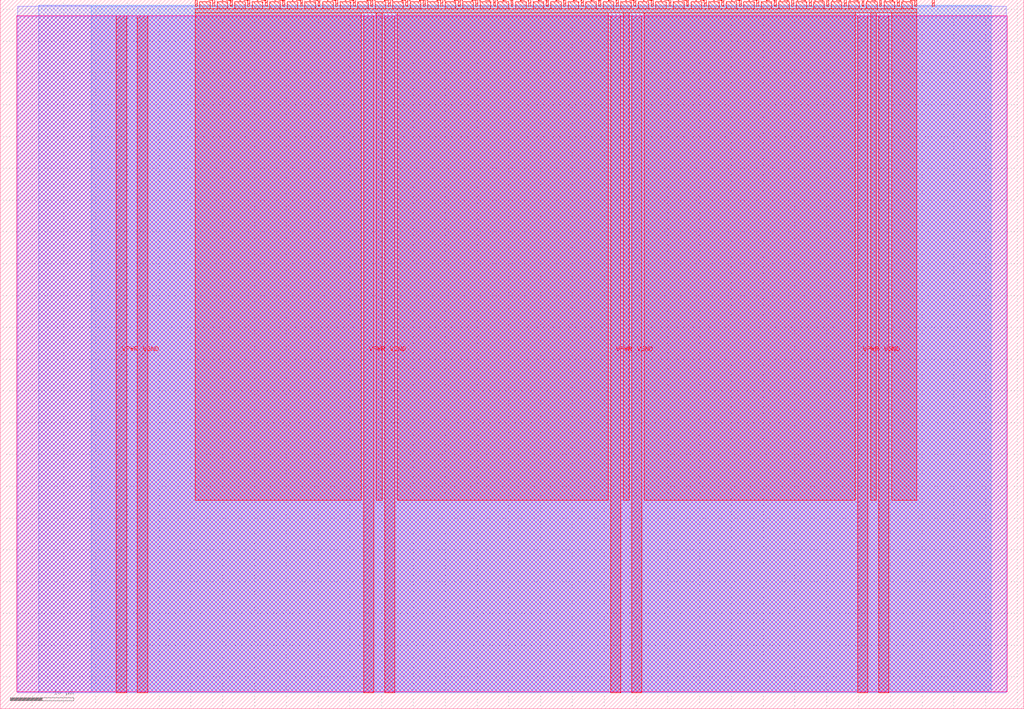
<source format=lef>
VERSION 5.7 ;
  NOWIREEXTENSIONATPIN ON ;
  DIVIDERCHAR "/" ;
  BUSBITCHARS "[]" ;
MACRO tt_um_ericsmi_mips
  CLASS BLOCK ;
  FOREIGN tt_um_ericsmi_mips ;
  ORIGIN 0.000 0.000 ;
  SIZE 161.000 BY 111.520 ;
  PIN VGND
    DIRECTION INOUT ;
    USE GROUND ;
    PORT
      LAYER met4 ;
        RECT 21.580 2.480 23.180 109.040 ;
    END
    PORT
      LAYER met4 ;
        RECT 60.450 2.480 62.050 109.040 ;
    END
    PORT
      LAYER met4 ;
        RECT 99.320 2.480 100.920 109.040 ;
    END
    PORT
      LAYER met4 ;
        RECT 138.190 2.480 139.790 109.040 ;
    END
  END VGND
  PIN VPWR
    DIRECTION INOUT ;
    USE POWER ;
    PORT
      LAYER met4 ;
        RECT 18.280 2.480 19.880 109.040 ;
    END
    PORT
      LAYER met4 ;
        RECT 57.150 2.480 58.750 109.040 ;
    END
    PORT
      LAYER met4 ;
        RECT 96.020 2.480 97.620 109.040 ;
    END
    PORT
      LAYER met4 ;
        RECT 134.890 2.480 136.490 109.040 ;
    END
  END VPWR
  PIN clk
    DIRECTION INPUT ;
    USE SIGNAL ;
    ANTENNAGATEAREA 0.852000 ;
    PORT
      LAYER met4 ;
        RECT 143.830 110.520 144.130 111.520 ;
    END
  END clk
  PIN ena
    DIRECTION INPUT ;
    USE SIGNAL ;
    PORT
      LAYER met4 ;
        RECT 146.590 110.520 146.890 111.520 ;
    END
  END ena
  PIN rst_n
    DIRECTION INPUT ;
    USE SIGNAL ;
    ANTENNAGATEAREA 0.196500 ;
    PORT
      LAYER met4 ;
        RECT 141.070 110.520 141.370 111.520 ;
    END
  END rst_n
  PIN ui_in[0]
    DIRECTION INPUT ;
    USE SIGNAL ;
    ANTENNAGATEAREA 0.196500 ;
    PORT
      LAYER met4 ;
        RECT 138.310 110.520 138.610 111.520 ;
    END
  END ui_in[0]
  PIN ui_in[1]
    DIRECTION INPUT ;
    USE SIGNAL ;
    ANTENNAGATEAREA 0.196500 ;
    PORT
      LAYER met4 ;
        RECT 135.550 110.520 135.850 111.520 ;
    END
  END ui_in[1]
  PIN ui_in[2]
    DIRECTION INPUT ;
    USE SIGNAL ;
    ANTENNAGATEAREA 0.213000 ;
    PORT
      LAYER met4 ;
        RECT 132.790 110.520 133.090 111.520 ;
    END
  END ui_in[2]
  PIN ui_in[3]
    DIRECTION INPUT ;
    USE SIGNAL ;
    ANTENNAGATEAREA 0.213000 ;
    PORT
      LAYER met4 ;
        RECT 130.030 110.520 130.330 111.520 ;
    END
  END ui_in[3]
  PIN ui_in[4]
    DIRECTION INPUT ;
    USE SIGNAL ;
    ANTENNAGATEAREA 0.213000 ;
    PORT
      LAYER met4 ;
        RECT 127.270 110.520 127.570 111.520 ;
    END
  END ui_in[4]
  PIN ui_in[5]
    DIRECTION INPUT ;
    USE SIGNAL ;
    ANTENNAGATEAREA 0.213000 ;
    PORT
      LAYER met4 ;
        RECT 124.510 110.520 124.810 111.520 ;
    END
  END ui_in[5]
  PIN ui_in[6]
    DIRECTION INPUT ;
    USE SIGNAL ;
    ANTENNAGATEAREA 0.213000 ;
    PORT
      LAYER met4 ;
        RECT 121.750 110.520 122.050 111.520 ;
    END
  END ui_in[6]
  PIN ui_in[7]
    DIRECTION INPUT ;
    USE SIGNAL ;
    ANTENNAGATEAREA 0.213000 ;
    PORT
      LAYER met4 ;
        RECT 118.990 110.520 119.290 111.520 ;
    END
  END ui_in[7]
  PIN uio_in[0]
    DIRECTION INPUT ;
    USE SIGNAL ;
    PORT
      LAYER met4 ;
        RECT 116.230 110.520 116.530 111.520 ;
    END
  END uio_in[0]
  PIN uio_in[1]
    DIRECTION INPUT ;
    USE SIGNAL ;
    PORT
      LAYER met4 ;
        RECT 113.470 110.520 113.770 111.520 ;
    END
  END uio_in[1]
  PIN uio_in[2]
    DIRECTION INPUT ;
    USE SIGNAL ;
    PORT
      LAYER met4 ;
        RECT 110.710 110.520 111.010 111.520 ;
    END
  END uio_in[2]
  PIN uio_in[3]
    DIRECTION INPUT ;
    USE SIGNAL ;
    PORT
      LAYER met4 ;
        RECT 107.950 110.520 108.250 111.520 ;
    END
  END uio_in[3]
  PIN uio_in[4]
    DIRECTION INPUT ;
    USE SIGNAL ;
    PORT
      LAYER met4 ;
        RECT 105.190 110.520 105.490 111.520 ;
    END
  END uio_in[4]
  PIN uio_in[5]
    DIRECTION INPUT ;
    USE SIGNAL ;
    PORT
      LAYER met4 ;
        RECT 102.430 110.520 102.730 111.520 ;
    END
  END uio_in[5]
  PIN uio_in[6]
    DIRECTION INPUT ;
    USE SIGNAL ;
    PORT
      LAYER met4 ;
        RECT 99.670 110.520 99.970 111.520 ;
    END
  END uio_in[6]
  PIN uio_in[7]
    DIRECTION INPUT ;
    USE SIGNAL ;
    PORT
      LAYER met4 ;
        RECT 96.910 110.520 97.210 111.520 ;
    END
  END uio_in[7]
  PIN uio_oe[0]
    DIRECTION OUTPUT ;
    USE SIGNAL ;
    PORT
      LAYER met4 ;
        RECT 49.990 110.520 50.290 111.520 ;
    END
  END uio_oe[0]
  PIN uio_oe[1]
    DIRECTION OUTPUT ;
    USE SIGNAL ;
    PORT
      LAYER met4 ;
        RECT 47.230 110.520 47.530 111.520 ;
    END
  END uio_oe[1]
  PIN uio_oe[2]
    DIRECTION OUTPUT ;
    USE SIGNAL ;
    PORT
      LAYER met4 ;
        RECT 44.470 110.520 44.770 111.520 ;
    END
  END uio_oe[2]
  PIN uio_oe[3]
    DIRECTION OUTPUT ;
    USE SIGNAL ;
    PORT
      LAYER met4 ;
        RECT 41.710 110.520 42.010 111.520 ;
    END
  END uio_oe[3]
  PIN uio_oe[4]
    DIRECTION OUTPUT ;
    USE SIGNAL ;
    PORT
      LAYER met4 ;
        RECT 38.950 110.520 39.250 111.520 ;
    END
  END uio_oe[4]
  PIN uio_oe[5]
    DIRECTION OUTPUT ;
    USE SIGNAL ;
    PORT
      LAYER met4 ;
        RECT 36.190 110.520 36.490 111.520 ;
    END
  END uio_oe[5]
  PIN uio_oe[6]
    DIRECTION OUTPUT ;
    USE SIGNAL ;
    PORT
      LAYER met4 ;
        RECT 33.430 110.520 33.730 111.520 ;
    END
  END uio_oe[6]
  PIN uio_oe[7]
    DIRECTION OUTPUT ;
    USE SIGNAL ;
    PORT
      LAYER met4 ;
        RECT 30.670 110.520 30.970 111.520 ;
    END
  END uio_oe[7]
  PIN uio_out[0]
    DIRECTION OUTPUT ;
    USE SIGNAL ;
    ANTENNADIFFAREA 0.891000 ;
    PORT
      LAYER met4 ;
        RECT 72.070 110.520 72.370 111.520 ;
    END
  END uio_out[0]
  PIN uio_out[1]
    DIRECTION OUTPUT ;
    USE SIGNAL ;
    ANTENNADIFFAREA 0.891000 ;
    PORT
      LAYER met4 ;
        RECT 69.310 110.520 69.610 111.520 ;
    END
  END uio_out[1]
  PIN uio_out[2]
    DIRECTION OUTPUT ;
    USE SIGNAL ;
    ANTENNADIFFAREA 0.891000 ;
    PORT
      LAYER met4 ;
        RECT 66.550 110.520 66.850 111.520 ;
    END
  END uio_out[2]
  PIN uio_out[3]
    DIRECTION OUTPUT ;
    USE SIGNAL ;
    ANTENNADIFFAREA 0.891000 ;
    PORT
      LAYER met4 ;
        RECT 63.790 110.520 64.090 111.520 ;
    END
  END uio_out[3]
  PIN uio_out[4]
    DIRECTION OUTPUT ;
    USE SIGNAL ;
    ANTENNADIFFAREA 0.891000 ;
    PORT
      LAYER met4 ;
        RECT 61.030 110.520 61.330 111.520 ;
    END
  END uio_out[4]
  PIN uio_out[5]
    DIRECTION OUTPUT ;
    USE SIGNAL ;
    ANTENNADIFFAREA 0.891000 ;
    PORT
      LAYER met4 ;
        RECT 58.270 110.520 58.570 111.520 ;
    END
  END uio_out[5]
  PIN uio_out[6]
    DIRECTION OUTPUT ;
    USE SIGNAL ;
    ANTENNADIFFAREA 0.445500 ;
    PORT
      LAYER met4 ;
        RECT 55.510 110.520 55.810 111.520 ;
    END
  END uio_out[6]
  PIN uio_out[7]
    DIRECTION OUTPUT ;
    USE SIGNAL ;
    ANTENNADIFFAREA 0.445500 ;
    PORT
      LAYER met4 ;
        RECT 52.750 110.520 53.050 111.520 ;
    END
  END uio_out[7]
  PIN uo_out[0]
    DIRECTION OUTPUT ;
    USE SIGNAL ;
    ANTENNAGATEAREA 0.247500 ;
    ANTENNADIFFAREA 0.445500 ;
    PORT
      LAYER met4 ;
        RECT 94.150 110.520 94.450 111.520 ;
    END
  END uo_out[0]
  PIN uo_out[1]
    DIRECTION OUTPUT ;
    USE SIGNAL ;
    ANTENNAGATEAREA 0.247500 ;
    ANTENNADIFFAREA 0.445500 ;
    PORT
      LAYER met4 ;
        RECT 91.390 110.520 91.690 111.520 ;
    END
  END uo_out[1]
  PIN uo_out[2]
    DIRECTION OUTPUT ;
    USE SIGNAL ;
    ANTENNAGATEAREA 0.247500 ;
    ANTENNADIFFAREA 0.445500 ;
    PORT
      LAYER met4 ;
        RECT 88.630 110.520 88.930 111.520 ;
    END
  END uo_out[2]
  PIN uo_out[3]
    DIRECTION OUTPUT ;
    USE SIGNAL ;
    ANTENNAGATEAREA 0.247500 ;
    ANTENNADIFFAREA 0.445500 ;
    PORT
      LAYER met4 ;
        RECT 85.870 110.520 86.170 111.520 ;
    END
  END uo_out[3]
  PIN uo_out[4]
    DIRECTION OUTPUT ;
    USE SIGNAL ;
    ANTENNAGATEAREA 0.247500 ;
    ANTENNADIFFAREA 0.445500 ;
    PORT
      LAYER met4 ;
        RECT 83.110 110.520 83.410 111.520 ;
    END
  END uo_out[4]
  PIN uo_out[5]
    DIRECTION OUTPUT ;
    USE SIGNAL ;
    ANTENNAGATEAREA 0.247500 ;
    ANTENNADIFFAREA 0.445500 ;
    PORT
      LAYER met4 ;
        RECT 80.350 110.520 80.650 111.520 ;
    END
  END uo_out[5]
  PIN uo_out[6]
    DIRECTION OUTPUT ;
    USE SIGNAL ;
    ANTENNAGATEAREA 0.247500 ;
    ANTENNADIFFAREA 0.445500 ;
    PORT
      LAYER met4 ;
        RECT 77.590 110.520 77.890 111.520 ;
    END
  END uo_out[6]
  PIN uo_out[7]
    DIRECTION OUTPUT ;
    USE SIGNAL ;
    ANTENNAGATEAREA 0.126000 ;
    ANTENNADIFFAREA 0.445500 ;
    PORT
      LAYER met4 ;
        RECT 74.830 110.520 75.130 111.520 ;
    END
  END uo_out[7]
  OBS
      LAYER nwell ;
        RECT 2.570 2.635 158.430 108.990 ;
      LAYER li1 ;
        RECT 2.760 2.635 158.240 108.885 ;
      LAYER met1 ;
        RECT 2.760 2.480 158.240 110.460 ;
      LAYER met2 ;
        RECT 6.080 2.535 155.850 110.685 ;
      LAYER met3 ;
        RECT 14.325 2.555 155.875 110.665 ;
      LAYER met4 ;
        RECT 31.370 110.120 33.030 111.170 ;
        RECT 34.130 110.120 35.790 111.170 ;
        RECT 36.890 110.120 38.550 111.170 ;
        RECT 39.650 110.120 41.310 111.170 ;
        RECT 42.410 110.120 44.070 111.170 ;
        RECT 45.170 110.120 46.830 111.170 ;
        RECT 47.930 110.120 49.590 111.170 ;
        RECT 50.690 110.120 52.350 111.170 ;
        RECT 53.450 110.120 55.110 111.170 ;
        RECT 56.210 110.120 57.870 111.170 ;
        RECT 58.970 110.120 60.630 111.170 ;
        RECT 61.730 110.120 63.390 111.170 ;
        RECT 64.490 110.120 66.150 111.170 ;
        RECT 67.250 110.120 68.910 111.170 ;
        RECT 70.010 110.120 71.670 111.170 ;
        RECT 72.770 110.120 74.430 111.170 ;
        RECT 75.530 110.120 77.190 111.170 ;
        RECT 78.290 110.120 79.950 111.170 ;
        RECT 81.050 110.120 82.710 111.170 ;
        RECT 83.810 110.120 85.470 111.170 ;
        RECT 86.570 110.120 88.230 111.170 ;
        RECT 89.330 110.120 90.990 111.170 ;
        RECT 92.090 110.120 93.750 111.170 ;
        RECT 94.850 110.120 96.510 111.170 ;
        RECT 97.610 110.120 99.270 111.170 ;
        RECT 100.370 110.120 102.030 111.170 ;
        RECT 103.130 110.120 104.790 111.170 ;
        RECT 105.890 110.120 107.550 111.170 ;
        RECT 108.650 110.120 110.310 111.170 ;
        RECT 111.410 110.120 113.070 111.170 ;
        RECT 114.170 110.120 115.830 111.170 ;
        RECT 116.930 110.120 118.590 111.170 ;
        RECT 119.690 110.120 121.350 111.170 ;
        RECT 122.450 110.120 124.110 111.170 ;
        RECT 125.210 110.120 126.870 111.170 ;
        RECT 127.970 110.120 129.630 111.170 ;
        RECT 130.730 110.120 132.390 111.170 ;
        RECT 133.490 110.120 135.150 111.170 ;
        RECT 136.250 110.120 137.910 111.170 ;
        RECT 139.010 110.120 140.670 111.170 ;
        RECT 141.770 110.120 143.430 111.170 ;
        RECT 30.655 109.440 144.145 110.120 ;
        RECT 30.655 32.815 56.750 109.440 ;
        RECT 59.150 32.815 60.050 109.440 ;
        RECT 62.450 32.815 95.620 109.440 ;
        RECT 98.020 32.815 98.920 109.440 ;
        RECT 101.320 32.815 134.490 109.440 ;
        RECT 136.890 32.815 137.790 109.440 ;
        RECT 140.190 32.815 144.145 109.440 ;
  END
END tt_um_ericsmi_mips
END LIBRARY


</source>
